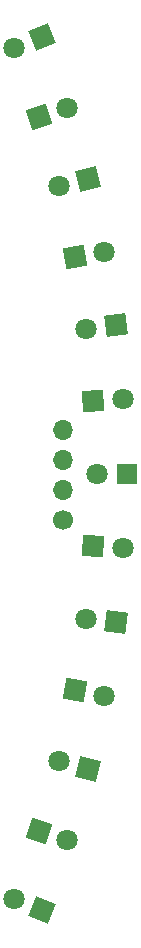
<source format=gbr>
%TF.GenerationSoftware,KiCad,Pcbnew,7.0.9*%
%TF.CreationDate,2024-06-22T15:47:22+09:00*%
%TF.ProjectId,Side_Line,53696465-5f4c-4696-9e65-2e6b69636164,rev?*%
%TF.SameCoordinates,Original*%
%TF.FileFunction,Soldermask,Top*%
%TF.FilePolarity,Negative*%
%FSLAX46Y46*%
G04 Gerber Fmt 4.6, Leading zero omitted, Abs format (unit mm)*
G04 Created by KiCad (PCBNEW 7.0.9) date 2024-06-22 15:47:22*
%MOMM*%
%LPD*%
G01*
G04 APERTURE LIST*
G04 Aperture macros list*
%AMRotRect*
0 Rectangle, with rotation*
0 The origin of the aperture is its center*
0 $1 length*
0 $2 width*
0 $3 Rotation angle, in degrees counterclockwise*
0 Add horizontal line*
21,1,$1,$2,0,0,$3*%
G04 Aperture macros list end*
%ADD10C,1.700000*%
%ADD11O,1.700000X1.700000*%
%ADD12RotRect,1.800000X1.800000X165.600000*%
%ADD13C,1.800000*%
%ADD14RotRect,1.800000X1.800000X172.800000*%
%ADD15RotRect,1.800000X1.800000X10.800000*%
%ADD16R,1.800000X1.800000*%
%ADD17RotRect,1.800000X1.800000X201.600000*%
%ADD18RotRect,1.800000X1.800000X3.600000*%
%ADD19RotRect,1.800000X1.800000X194.400000*%
%ADD20RotRect,1.800000X1.800000X342.000000*%
%ADD21RotRect,1.800000X1.800000X158.400000*%
%ADD22RotRect,1.800000X1.800000X356.400000*%
%ADD23RotRect,1.800000X1.800000X187.200000*%
%ADD24RotRect,1.800000X1.800000X18.000000*%
%ADD25RotRect,1.800000X1.800000X349.200000*%
G04 APERTURE END LIST*
D10*
%TO.C,J1*%
X247497600Y-105450800D03*
D11*
X247497600Y-102910800D03*
X247497600Y-100370800D03*
X247497600Y-97830800D03*
%TD*%
D12*
%TO.C,Q6*%
X249644629Y-126515729D03*
D13*
X247184428Y-125884057D03*
%TD*%
D14*
%TO.C,Q5*%
X252000595Y-114131277D03*
D13*
X249480624Y-113812931D03*
%TD*%
D15*
%TO.C,D2*%
X248493341Y-83217500D03*
D13*
X250988351Y-82741551D03*
%TD*%
D16*
%TO.C,Q4*%
X252907800Y-101549200D03*
D13*
X250367800Y-101549200D03*
%TD*%
D17*
%TO.C,Q1*%
X245717656Y-64598290D03*
D13*
X243356024Y-65533326D03*
%TD*%
D18*
%TO.C,D3*%
X250049534Y-95405512D03*
D13*
X252584522Y-95246024D03*
%TD*%
D19*
%TO.C,Q2*%
X249619362Y-76585863D03*
D13*
X247159161Y-77217535D03*
%TD*%
D20*
%TO.C,D6*%
X245463073Y-131784611D03*
D13*
X247878757Y-132569514D03*
%TD*%
D21*
%TO.C,Q7*%
X245755057Y-138507245D03*
D13*
X243393425Y-137572209D03*
%TD*%
D22*
%TO.C,D4*%
X250055913Y-107693089D03*
D13*
X252590901Y-107852577D03*
%TD*%
D23*
%TO.C,Q3*%
X251987861Y-88967924D03*
D13*
X249467890Y-89286270D03*
%TD*%
D24*
%TO.C,D1*%
X245431677Y-71318761D03*
D13*
X247847361Y-70533858D03*
%TD*%
D25*
%TO.C,D5*%
X248522200Y-119884574D03*
D13*
X251017210Y-120360523D03*
%TD*%
M02*

</source>
